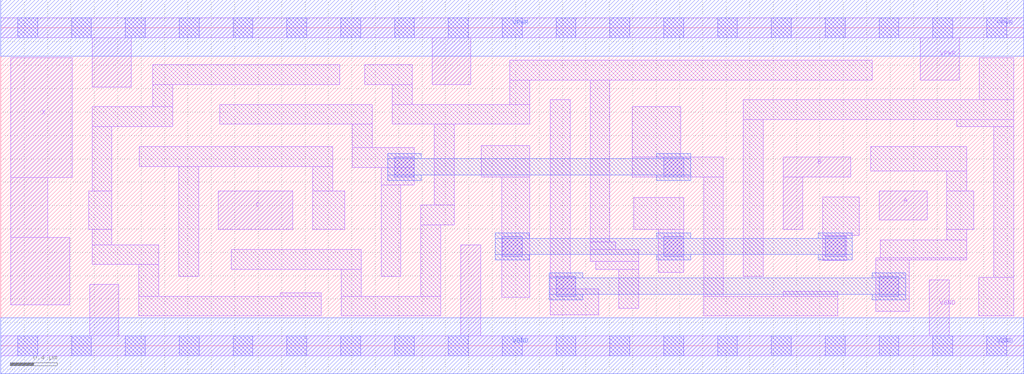
<source format=lef>
# Copyright 2020 The SkyWater PDK Authors
#
# Licensed under the Apache License, Version 2.0 (the "License");
# you may not use this file except in compliance with the License.
# You may obtain a copy of the License at
#
#     https://www.apache.org/licenses/LICENSE-2.0
#
# Unless required by applicable law or agreed to in writing, software
# distributed under the License is distributed on an "AS IS" BASIS,
# WITHOUT WARRANTIES OR CONDITIONS OF ANY KIND, either express or implied.
# See the License for the specific language governing permissions and
# limitations under the License.
#
# SPDX-License-Identifier: Apache-2.0

VERSION 5.7 ;
  NAMESCASESENSITIVE ON ;
  NOWIREEXTENSIONATPIN ON ;
  DIVIDERCHAR "/" ;
  BUSBITCHARS "[]" ;
UNITS
  DATABASE MICRONS 200 ;
END UNITS
MACRO sky130_fd_sc_hd__xor3_1
  CLASS CORE ;
  SOURCE USER ;
  FOREIGN sky130_fd_sc_hd__xor3_1 ;
  ORIGIN  0.000000  0.000000 ;
  SIZE  8.740000 BY  2.720000 ;
  SYMMETRY X Y R90 ;
  SITE unithd ;
  PIN A
    ANTENNAGATEAREA  0.246000 ;
    DIRECTION INPUT ;
    USE SIGNAL ;
    PORT
      LAYER li1 ;
        RECT 7.505000 1.075000 7.915000 1.325000 ;
    END
  END A
  PIN B
    ANTENNAGATEAREA  0.661500 ;
    DIRECTION INPUT ;
    USE SIGNAL ;
    PORT
      LAYER li1 ;
        RECT 6.685000 0.995000 6.855000 1.445000 ;
        RECT 6.685000 1.445000 7.265000 1.615000 ;
    END
  END B
  PIN C
    ANTENNAGATEAREA  0.381000 ;
    DIRECTION INPUT ;
    USE SIGNAL ;
    PORT
      LAYER li1 ;
        RECT 1.860000 0.995000 2.495000 1.325000 ;
    END
  END C
  PIN X
    ANTENNADIFFAREA  0.449000 ;
    DIRECTION OUTPUT ;
    USE SIGNAL ;
    PORT
      LAYER li1 ;
        RECT 0.085000 0.350000 0.590000 0.925000 ;
        RECT 0.085000 0.925000 0.400000 1.440000 ;
        RECT 0.085000 1.440000 0.610000 2.465000 ;
    END
  END X
  PIN VGND
    DIRECTION INOUT ;
    SHAPE ABUTMENT ;
    USE GROUND ;
    PORT
      LAYER li1 ;
        RECT 0.000000 -0.085000 8.740000 0.085000 ;
        RECT 0.760000  0.085000 1.010000 0.525000 ;
        RECT 3.930000  0.085000 4.100000 0.865000 ;
        RECT 7.935000  0.085000 8.105000 0.565000 ;
      LAYER mcon ;
        RECT 0.145000 -0.085000 0.315000 0.085000 ;
        RECT 0.605000 -0.085000 0.775000 0.085000 ;
        RECT 1.065000 -0.085000 1.235000 0.085000 ;
        RECT 1.525000 -0.085000 1.695000 0.085000 ;
        RECT 1.985000 -0.085000 2.155000 0.085000 ;
        RECT 2.445000 -0.085000 2.615000 0.085000 ;
        RECT 2.905000 -0.085000 3.075000 0.085000 ;
        RECT 3.365000 -0.085000 3.535000 0.085000 ;
        RECT 3.825000 -0.085000 3.995000 0.085000 ;
        RECT 4.285000 -0.085000 4.455000 0.085000 ;
        RECT 4.745000 -0.085000 4.915000 0.085000 ;
        RECT 5.205000 -0.085000 5.375000 0.085000 ;
        RECT 5.665000 -0.085000 5.835000 0.085000 ;
        RECT 6.125000 -0.085000 6.295000 0.085000 ;
        RECT 6.585000 -0.085000 6.755000 0.085000 ;
        RECT 7.045000 -0.085000 7.215000 0.085000 ;
        RECT 7.505000 -0.085000 7.675000 0.085000 ;
        RECT 7.965000 -0.085000 8.135000 0.085000 ;
        RECT 8.425000 -0.085000 8.595000 0.085000 ;
      LAYER met1 ;
        RECT 0.000000 -0.240000 8.740000 0.240000 ;
    END
  END VGND
  PIN VPWR
    DIRECTION INOUT ;
    SHAPE ABUTMENT ;
    USE POWER ;
    PORT
      LAYER li1 ;
        RECT 0.000000 2.635000 8.740000 2.805000 ;
        RECT 0.780000 2.215000 1.115000 2.635000 ;
        RECT 3.685000 2.235000 4.015000 2.635000 ;
        RECT 7.855000 2.275000 8.190000 2.635000 ;
      LAYER mcon ;
        RECT 0.145000 2.635000 0.315000 2.805000 ;
        RECT 0.605000 2.635000 0.775000 2.805000 ;
        RECT 1.065000 2.635000 1.235000 2.805000 ;
        RECT 1.525000 2.635000 1.695000 2.805000 ;
        RECT 1.985000 2.635000 2.155000 2.805000 ;
        RECT 2.445000 2.635000 2.615000 2.805000 ;
        RECT 2.905000 2.635000 3.075000 2.805000 ;
        RECT 3.365000 2.635000 3.535000 2.805000 ;
        RECT 3.825000 2.635000 3.995000 2.805000 ;
        RECT 4.285000 2.635000 4.455000 2.805000 ;
        RECT 4.745000 2.635000 4.915000 2.805000 ;
        RECT 5.205000 2.635000 5.375000 2.805000 ;
        RECT 5.665000 2.635000 5.835000 2.805000 ;
        RECT 6.125000 2.635000 6.295000 2.805000 ;
        RECT 6.585000 2.635000 6.755000 2.805000 ;
        RECT 7.045000 2.635000 7.215000 2.805000 ;
        RECT 7.505000 2.635000 7.675000 2.805000 ;
        RECT 7.965000 2.635000 8.135000 2.805000 ;
        RECT 8.425000 2.635000 8.595000 2.805000 ;
      LAYER met1 ;
        RECT 0.000000 2.480000 8.740000 2.960000 ;
    END
  END VPWR
  OBS
    LAYER li1 ;
      RECT 0.750000 0.995000 0.950000 1.325000 ;
      RECT 0.780000 0.695000 1.350000 0.865000 ;
      RECT 0.780000 0.865000 0.950000 0.995000 ;
      RECT 0.780000 1.325000 0.950000 1.875000 ;
      RECT 0.780000 1.875000 1.470000 2.045000 ;
      RECT 1.180000 0.255000 2.740000 0.425000 ;
      RECT 1.180000 0.425000 1.350000 0.695000 ;
      RECT 1.185000 1.535000 2.835000 1.705000 ;
      RECT 1.300000 2.045000 1.470000 2.235000 ;
      RECT 1.300000 2.235000 2.895000 2.405000 ;
      RECT 1.520000 0.595000 1.690000 1.535000 ;
      RECT 1.870000 1.895000 3.175000 2.065000 ;
      RECT 1.970000 0.655000 3.080000 0.825000 ;
      RECT 2.390000 0.425000 2.740000 0.455000 ;
      RECT 2.665000 0.995000 2.940000 1.325000 ;
      RECT 2.665000 1.325000 2.835000 1.535000 ;
      RECT 2.910000 0.255000 3.760000 0.425000 ;
      RECT 2.910000 0.425000 3.080000 0.655000 ;
      RECT 3.005000 1.525000 3.535000 1.695000 ;
      RECT 3.005000 1.695000 3.175000 1.895000 ;
      RECT 3.110000 2.235000 3.515000 2.405000 ;
      RECT 3.250000 0.595000 3.420000 1.375000 ;
      RECT 3.250000 1.375000 3.535000 1.525000 ;
      RECT 3.345000 1.895000 4.520000 2.065000 ;
      RECT 3.345000 2.065000 3.515000 2.235000 ;
      RECT 3.590000 0.425000 3.760000 1.035000 ;
      RECT 3.590000 1.035000 3.875000 1.205000 ;
      RECT 3.705000 1.205000 3.875000 1.895000 ;
      RECT 4.105000 1.445000 4.520000 1.715000 ;
      RECT 4.280000 0.415000 4.520000 1.445000 ;
      RECT 4.350000 2.065000 4.520000 2.275000 ;
      RECT 4.350000 2.275000 7.445000 2.445000 ;
      RECT 4.695000 0.265000 5.110000 0.485000 ;
      RECT 4.695000 0.485000 4.915000 0.595000 ;
      RECT 4.695000 0.595000 4.865000 2.105000 ;
      RECT 5.035000 0.720000 5.450000 0.825000 ;
      RECT 5.035000 0.825000 5.255000 0.890000 ;
      RECT 5.035000 0.890000 5.205000 2.275000 ;
      RECT 5.085000 0.655000 5.450000 0.720000 ;
      RECT 5.280000 0.320000 5.450000 0.655000 ;
      RECT 5.395000 1.445000 6.175000 1.615000 ;
      RECT 5.395000 1.615000 5.810000 2.045000 ;
      RECT 5.410000 0.995000 5.835000 1.270000 ;
      RECT 5.620000 0.630000 5.835000 0.995000 ;
      RECT 6.005000 0.255000 7.150000 0.425000 ;
      RECT 6.005000 0.425000 6.175000 1.445000 ;
      RECT 6.345000 0.595000 6.515000 1.935000 ;
      RECT 6.345000 1.935000 8.655000 2.105000 ;
      RECT 6.685000 0.425000 7.150000 0.465000 ;
      RECT 7.025000 0.730000 7.230000 0.945000 ;
      RECT 7.025000 0.945000 7.335000 1.275000 ;
      RECT 7.435000 1.495000 8.255000 1.705000 ;
      RECT 7.475000 0.295000 7.765000 0.735000 ;
      RECT 7.475000 0.735000 8.255000 0.750000 ;
      RECT 7.515000 0.750000 8.255000 0.905000 ;
      RECT 8.085000 0.905000 8.255000 0.995000 ;
      RECT 8.085000 0.995000 8.315000 1.325000 ;
      RECT 8.085000 1.325000 8.255000 1.495000 ;
      RECT 8.170000 1.875000 8.655000 1.935000 ;
      RECT 8.355000 0.255000 8.655000 0.585000 ;
      RECT 8.360000 2.105000 8.655000 2.465000 ;
      RECT 8.485000 0.585000 8.655000 1.875000 ;
    LAYER mcon ;
      RECT 3.365000 1.445000 3.535000 1.615000 ;
      RECT 4.285000 0.765000 4.455000 0.935000 ;
      RECT 4.745000 0.425000 4.915000 0.595000 ;
      RECT 5.665000 0.765000 5.835000 0.935000 ;
      RECT 5.665000 1.445000 5.835000 1.615000 ;
      RECT 7.045000 0.765000 7.215000 0.935000 ;
      RECT 7.505000 0.425000 7.675000 0.595000 ;
    LAYER met1 ;
      RECT 3.305000 1.415000 3.595000 1.460000 ;
      RECT 3.305000 1.460000 5.895000 1.600000 ;
      RECT 3.305000 1.600000 3.595000 1.645000 ;
      RECT 4.225000 0.735000 4.515000 0.780000 ;
      RECT 4.225000 0.780000 7.275000 0.920000 ;
      RECT 4.225000 0.920000 4.515000 0.965000 ;
      RECT 4.685000 0.395000 4.975000 0.440000 ;
      RECT 4.685000 0.440000 7.735000 0.580000 ;
      RECT 4.685000 0.580000 4.975000 0.625000 ;
      RECT 5.605000 0.735000 5.895000 0.780000 ;
      RECT 5.605000 0.920000 5.895000 0.965000 ;
      RECT 5.605000 1.415000 5.895000 1.460000 ;
      RECT 5.605000 1.600000 5.895000 1.645000 ;
      RECT 6.985000 0.735000 7.275000 0.780000 ;
      RECT 6.985000 0.920000 7.275000 0.965000 ;
      RECT 7.445000 0.395000 7.735000 0.440000 ;
      RECT 7.445000 0.580000 7.735000 0.625000 ;
  END
END sky130_fd_sc_hd__xor3_1

</source>
